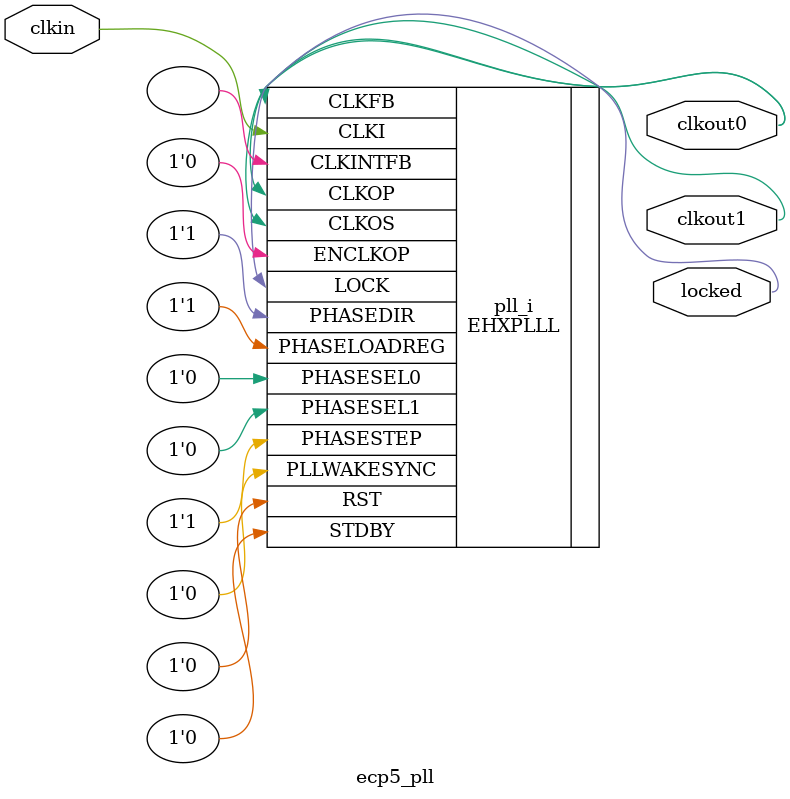
<source format=v>
module ecp5_pll
(
    input clkin, // 25 MHz, 0 deg
    output clkout0, // 14.2857 MHz, 0 deg
    output clkout1, // 11.4286 MHz, 0 deg
    output locked
);
(* FREQUENCY_PIN_CLKI="25" *)
(* FREQUENCY_PIN_CLKOP="14.2857" *)
(* FREQUENCY_PIN_CLKOS="11.4286" *)
(* ICP_CURRENT="12" *) (* LPF_RESISTOR="8" *) (* MFG_ENABLE_FILTEROPAMP="1" *) (* MFG_GMCREF_SEL="2" *)
EHXPLLL #(
        .PLLRST_ENA("DISABLED"),
        .INTFB_WAKE("DISABLED"),
        .STDBY_ENABLE("DISABLED"),
        .DPHASE_SOURCE("DISABLED"),
        .OUTDIVIDER_MUXA("DIVA"),
        .OUTDIVIDER_MUXB("DIVB"),
        .OUTDIVIDER_MUXC("DIVC"),
        .OUTDIVIDER_MUXD("DIVD"),
        .CLKI_DIV(7),
        .CLKOP_ENABLE("ENABLED"),
        .CLKOP_DIV(40),
        .CLKOP_CPHASE(20),
        .CLKOP_FPHASE(0),
        .CLKOS_ENABLE("ENABLED"),
        .CLKOS_DIV(50),
        .CLKOS_CPHASE(20),
        .CLKOS_FPHASE(0),
        .FEEDBK_PATH("CLKOP"),
        .CLKFB_DIV(4)
    ) pll_i (
        .RST(1'b0),
        .STDBY(1'b0),
        .CLKI(clkin),
        .CLKOP(clkout0),
        .CLKOS(clkout1),
        .CLKFB(clkout0),
        .CLKINTFB(),
        .PHASESEL0(1'b0),
        .PHASESEL1(1'b0),
        .PHASEDIR(1'b1),
        .PHASESTEP(1'b1),
        .PHASELOADREG(1'b1),
        .PLLWAKESYNC(1'b0),
        .ENCLKOP(1'b0),
        .LOCK(locked)
	);
endmodule

</source>
